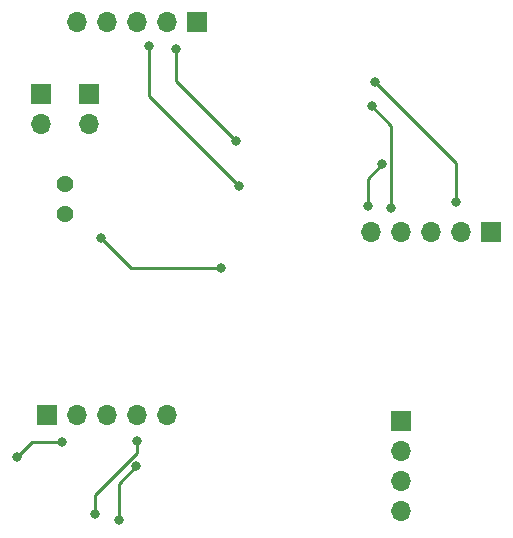
<source format=gbr>
G04 #@! TF.GenerationSoftware,KiCad,Pcbnew,(5.1.5)-3*
G04 #@! TF.CreationDate,2021-02-20T21:47:20+01:00*
G04 #@! TF.ProjectId,brievenbusmelder,62726965-7665-46e6-9275-736d656c6465,rev?*
G04 #@! TF.SameCoordinates,Original*
G04 #@! TF.FileFunction,Copper,L2,Bot*
G04 #@! TF.FilePolarity,Positive*
%FSLAX46Y46*%
G04 Gerber Fmt 4.6, Leading zero omitted, Abs format (unit mm)*
G04 Created by KiCad (PCBNEW (5.1.5)-3) date 2021-02-20 21:47:20*
%MOMM*%
%LPD*%
G04 APERTURE LIST*
%ADD10C,1.431000*%
%ADD11O,1.700000X1.700000*%
%ADD12R,1.700000X1.700000*%
%ADD13C,0.800000*%
%ADD14C,0.250000*%
G04 APERTURE END LIST*
D10*
X29464000Y-54356000D03*
X29464000Y-56896000D03*
D11*
X38100000Y-73914000D03*
X35560000Y-73914000D03*
X33020000Y-73914000D03*
X30480000Y-73914000D03*
D12*
X27940000Y-73914000D03*
D11*
X55372000Y-58420000D03*
X57912000Y-58420000D03*
X60452000Y-58420000D03*
X62992000Y-58420000D03*
D12*
X65532000Y-58420000D03*
D11*
X57912000Y-82042000D03*
X57912000Y-79502000D03*
X57912000Y-76962000D03*
D12*
X57912000Y-74422000D03*
X40640000Y-40640000D03*
D11*
X38100000Y-40640000D03*
X35560000Y-40640000D03*
X33020000Y-40640000D03*
X30480000Y-40640000D03*
X27432000Y-49276000D03*
D12*
X27432000Y-46736000D03*
X31496000Y-46736000D03*
D11*
X31496000Y-49276000D03*
D13*
X25400000Y-77470000D03*
X29210000Y-76200000D03*
X55092600Y-56159400D03*
X56337200Y-52628800D03*
X42672000Y-61468000D03*
X32512000Y-58928000D03*
X57099200Y-56337200D03*
X55448200Y-47726600D03*
X62534800Y-55880000D03*
X55727600Y-45694600D03*
X43942000Y-50673000D03*
X38862000Y-42926000D03*
X44196000Y-54483000D03*
X36576000Y-42672000D03*
X32004000Y-82296000D03*
X35560000Y-76098400D03*
X34036000Y-82804000D03*
X35483800Y-78232000D03*
D14*
X26670000Y-76200000D02*
X25400000Y-77470000D01*
X29210000Y-76200000D02*
X26670000Y-76200000D01*
X55092600Y-53873400D02*
X56337200Y-52628800D01*
X55092600Y-56159400D02*
X55092600Y-53873400D01*
X35052000Y-61468000D02*
X32512000Y-58928000D01*
X42672000Y-61468000D02*
X35052000Y-61468000D01*
X57099200Y-49377600D02*
X55448200Y-47726600D01*
X57099200Y-56337200D02*
X57099200Y-49377600D01*
X62534800Y-52501800D02*
X55727600Y-45694600D01*
X62534800Y-55880000D02*
X62534800Y-52501800D01*
X38862000Y-45593000D02*
X43942000Y-50673000D01*
X38862000Y-42926000D02*
X38862000Y-45593000D01*
X36576000Y-46863000D02*
X44196000Y-54483000D01*
X36576000Y-42672000D02*
X36576000Y-46863000D01*
X32004000Y-82296000D02*
X32004000Y-80645000D01*
X35560000Y-77089000D02*
X35560000Y-76098400D01*
X32004000Y-80645000D02*
X35560000Y-77089000D01*
X34036000Y-79679800D02*
X35483800Y-78232000D01*
X34036000Y-82804000D02*
X34036000Y-79679800D01*
M02*

</source>
